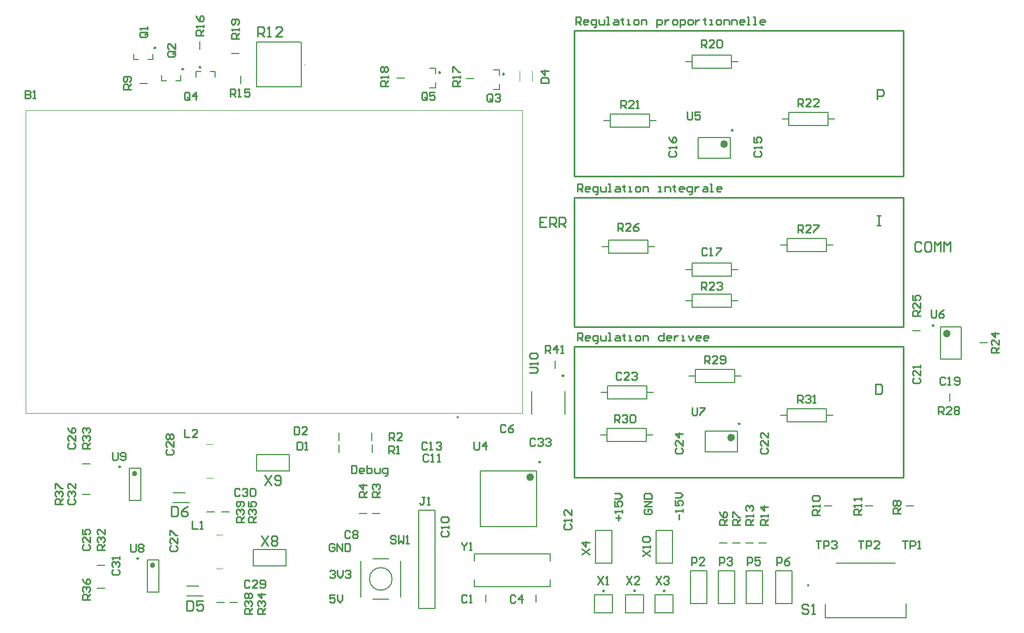
<source format=gbr>
%TF.GenerationSoftware,Altium Limited,Altium Designer,22.7.1 (60)*%
G04 Layer_Color=65535*
%FSLAX43Y43*%
%MOMM*%
%TF.SameCoordinates,2ABDD118-431D-4485-972F-9944B14BA474*%
%TF.FilePolarity,Positive*%
%TF.FileFunction,Legend,Top*%
%TF.Part,Single*%
G01*
G75*
%TA.AperFunction,NonConductor*%
%ADD46C,0.250*%
%ADD47C,0.200*%
%ADD48C,0.600*%
%ADD49C,0.400*%
%ADD50C,0.127*%
%ADD51C,0.254*%
%ADD52C,0.100*%
D46*
X29501Y85997D02*
G03*
X29501Y85997I-125J0D01*
G01*
X66644Y85178D02*
G03*
X66644Y85178I-125J0D01*
G01*
X76550Y84924D02*
G03*
X76550Y84924I-125J0D01*
G01*
X85782Y38130D02*
G03*
X85782Y38130I-125J0D01*
G01*
X92073Y4763D02*
G03*
X92073Y4763I-125J0D01*
G01*
X143196Y45935D02*
G03*
X143196Y45935I-125J0D01*
G01*
X26817Y85707D02*
G03*
X26817Y85707I-125J0D01*
G01*
X22499Y89009D02*
G03*
X22499Y89009I-125J0D01*
G01*
X112035Y76200D02*
G03*
X112035Y76200I-125J0D01*
G01*
X113116Y30665D02*
G03*
X113116Y30665I-125J0D01*
G01*
X82191Y24750D02*
G03*
X82191Y24750I-125J0D01*
G01*
X19823Y9786D02*
G03*
X19823Y9786I-125J0D01*
G01*
X17029Y24010D02*
G03*
X17029Y24010I-125J0D01*
G01*
X101471Y4763D02*
G03*
X101471Y4763I-125J0D01*
G01*
X96899Y4775D02*
G03*
X96899Y4775I-125J0D01*
G01*
D47*
X123784Y5616D02*
G03*
X123784Y5616I-100J0D01*
G01*
X45658Y86360D02*
G03*
X45658Y86360I-57J0D01*
G01*
X69242Y31698D02*
G03*
X69442Y31698I100J0D01*
G01*
D02*
G03*
X69242Y31698I-100J0D01*
G01*
X30926Y85347D02*
X31726D01*
Y84447D02*
Y85347D01*
X28726D02*
X29526D01*
X28726Y84447D02*
Y85347D01*
X65869Y82828D02*
Y83628D01*
X64969Y82828D02*
X65869D01*
Y85028D02*
Y85828D01*
X64969D02*
X65869D01*
X75775Y82574D02*
Y83374D01*
X74875Y82574D02*
X75775D01*
Y84774D02*
Y85574D01*
X74875D02*
X75775D01*
X38108Y82926D02*
X44964D01*
X38108D02*
Y89916D01*
X44964D01*
X45091Y82926D02*
Y89916D01*
X38110Y84674D02*
Y88169D01*
X27332Y3983D02*
X29802D01*
X27267Y5507D02*
X29167D01*
X25216Y18461D02*
X27686D01*
X25151Y19985D02*
X27051D01*
X71950Y5450D02*
X83650D01*
X71950Y10450D02*
X83650D01*
Y5450D02*
Y6550D01*
X71950Y5450D02*
Y6550D01*
X83650Y9350D02*
Y10450D01*
X71950Y9350D02*
Y10450D01*
X85932Y32155D02*
Y35755D01*
X80832Y32155D02*
Y35755D01*
X90548Y1313D02*
Y4113D01*
Y1313D02*
X93348D01*
Y4113D01*
X90548D02*
X93348D01*
X102616Y9063D02*
Y14143D01*
X100076D02*
X102616D01*
X100076Y9063D02*
Y14143D01*
Y9063D02*
X102616D01*
X93218Y9063D02*
Y14143D01*
X90678D02*
X93218D01*
X90678Y9063D02*
Y14143D01*
Y9063D02*
X93218D01*
X32674Y17018D02*
X33874D01*
X30388Y17018D02*
X31588D01*
X33984Y2932D02*
X35184D01*
X31952Y2932D02*
X33152D01*
X37592Y8636D02*
X42672D01*
Y11176D01*
X37592D02*
X42672D01*
X37592Y8636D02*
Y11176D01*
X13370Y8671D02*
X14570D01*
X144196Y40680D02*
X147396D01*
X144196Y45680D02*
X147396D01*
Y40680D02*
Y45680D01*
X144196Y40680D02*
Y45680D01*
X150276Y43296D02*
X151476D01*
X145658Y34198D02*
Y35398D01*
X139862Y45085D02*
X141062D01*
X138846Y17908D02*
X140046D01*
X132496D02*
X133696D01*
X126146D02*
X127346D01*
X115986Y12204D02*
X117186D01*
X113954D02*
X115154D01*
X109890D02*
X111090D01*
X35676Y83474D02*
Y84674D01*
X34198Y88138D02*
X35398D01*
X29326Y88808D02*
Y90008D01*
X23392Y83882D02*
X24192D01*
X23392D02*
Y84782D01*
X25592Y83882D02*
X26392D01*
Y84782D01*
X19974Y83450D02*
X21174D01*
X19074Y87184D02*
X19874D01*
X19074D02*
Y88084D01*
X21274Y87184D02*
X22074D01*
Y88084D01*
X126746Y77978D02*
X127762D01*
X119634D02*
X120650D01*
Y76962D02*
X126746D01*
Y78994D01*
X120650D02*
X126746D01*
X120650Y76962D02*
Y78994D01*
X111822Y86868D02*
X112838D01*
X104710D02*
X105726D01*
Y85852D02*
X111822D01*
Y87884D01*
X105726D02*
X111822D01*
X105726Y85852D02*
Y87884D01*
X99122Y77724D02*
X100138D01*
X92010D02*
X93026D01*
Y76708D02*
X99122D01*
Y78740D01*
X93026D02*
X99122D01*
X93026Y76708D02*
Y78740D01*
X106655Y71875D02*
Y75075D01*
X111655Y71875D02*
Y75075D01*
X106655Y71875D02*
X111655D01*
X106655Y75075D02*
X111655D01*
X120396Y30988D02*
Y33020D01*
X126492D01*
Y30988D02*
Y33020D01*
X120396Y30988D02*
X126492D01*
X119380Y32004D02*
X120396D01*
X126492D02*
X127508D01*
X107736Y26340D02*
Y29540D01*
X112736Y26340D02*
Y29540D01*
X107736Y26340D02*
X112736D01*
X107736Y29540D02*
X112736D01*
X106172Y37084D02*
Y39116D01*
X112268D01*
Y37084D02*
Y39116D01*
X106172Y37084D02*
X112268D01*
X105156Y38100D02*
X106172D01*
X112268D02*
X113284D01*
X98690Y34544D02*
Y36576D01*
X92594Y34544D02*
X98690D01*
X92594D02*
Y36576D01*
X98690D01*
Y35560D02*
X99706D01*
X91578D02*
X92594D01*
X92456Y27940D02*
Y29972D01*
X98552D01*
Y27940D02*
Y29972D01*
X92456Y27940D02*
X98552D01*
X91440Y28956D02*
X92456D01*
X98552D02*
X99568D01*
X72866Y23400D02*
X81566D01*
X72866Y14700D02*
X81566D01*
Y23400D01*
X72866Y14700D02*
Y23400D01*
X56054Y26212D02*
Y27412D01*
X56018Y28102D02*
Y29302D01*
X50938Y26212D02*
Y27412D01*
Y28102D02*
Y29302D01*
X56042Y16764D02*
X57242D01*
X54010D02*
X55210D01*
X13370Y5115D02*
X14570D01*
X38100Y23368D02*
X43180D01*
Y25908D01*
X38100D02*
X43180D01*
X38100Y23368D02*
Y25908D01*
X11084Y19731D02*
X12284D01*
X11084Y24441D02*
X12284D01*
X126492Y58420D02*
X127508D01*
X119380D02*
X120396D01*
Y57404D02*
X126492D01*
Y59436D01*
X120396D02*
X126492D01*
X120396Y57404D02*
Y59436D01*
X98806Y58166D02*
X99822D01*
X91694D02*
X92710D01*
Y57150D02*
X98806D01*
Y59182D01*
X92710D02*
X98806D01*
X92710Y57150D02*
Y59182D01*
X70670Y84212D02*
X71870D01*
X59852Y84328D02*
X61052D01*
X111760Y53594D02*
Y55626D01*
X105664Y53594D02*
X111760D01*
X105664D02*
Y55626D01*
X111760D01*
Y54610D02*
X112776D01*
X104648D02*
X105664D01*
X21198Y4531D02*
Y9531D01*
X22998Y4531D02*
Y9531D01*
X21198D02*
X22998D01*
X21198Y4531D02*
X22998D01*
X73698Y3006D02*
Y4106D01*
X81496Y3006D02*
Y4106D01*
X84466Y39278D02*
Y40478D01*
X18404Y18755D02*
X20204D01*
X18404Y23755D02*
X20204D01*
Y18755D02*
Y23755D01*
X18404Y18755D02*
Y23755D01*
X99946Y4113D02*
X102746D01*
Y1313D02*
Y4113D01*
X99946Y1313D02*
X102746D01*
X99946D02*
Y4113D01*
X95374Y4125D02*
X98174D01*
Y1325D02*
Y4125D01*
X95374Y1325D02*
X98174D01*
X95374D02*
Y4125D01*
X63246Y2032D02*
Y17272D01*
X65786Y2032D02*
Y17272D01*
X63246D02*
X65786D01*
X63246Y2032D02*
X65786D01*
X105664Y48768D02*
Y50800D01*
X111760D01*
Y48768D02*
Y50800D01*
X105664Y48768D02*
X111760D01*
X104648Y49784D02*
X105664D01*
X111760D02*
X112776D01*
X111922Y12204D02*
X113122D01*
X118618Y2806D02*
Y7886D01*
Y2806D02*
X121158D01*
Y7886D01*
X118618D02*
X121158D01*
X114046Y2806D02*
Y7886D01*
Y2806D02*
X116586D01*
Y7886D01*
X114046D02*
X116586D01*
X109728Y2806D02*
Y7886D01*
Y2806D02*
X112268D01*
Y7886D01*
X109728D02*
X112268D01*
X105410Y2806D02*
Y7886D01*
Y2806D02*
X107950D01*
Y7886D01*
X105410D02*
X107950D01*
D48*
X145496Y44680D02*
G03*
X145496Y44680I-300J0D01*
G01*
X110955Y74075D02*
G03*
X110955Y74075I-300J0D01*
G01*
X112036Y28540D02*
G03*
X112036Y28540I-300J0D01*
G01*
X80866Y22400D02*
G03*
X80866Y22400I-300J0D01*
G01*
D49*
X22198Y8731D02*
G03*
X22198Y8731I-200J0D01*
G01*
X19404Y22955D02*
G03*
X19404Y22955I-200J0D01*
G01*
D50*
X59154Y6604D02*
G03*
X59154Y6604I-1750J0D01*
G01*
X129142Y616D02*
X136142D01*
X138896D01*
X138896D02*
Y2704D01*
X128070Y9016D02*
X137214D01*
X129142Y616D02*
X136142D01*
X138896D01*
X138896D02*
Y2769D01*
X128170Y9016D02*
X137114D01*
X128120D02*
X137164D01*
X126392Y616D02*
X129142D01*
X126392D02*
Y2735D01*
Y616D02*
X129142D01*
X126392D02*
Y2735D01*
X126391Y2731D02*
X126392Y616D01*
X138892D02*
Y2777D01*
X138896Y2769D02*
X138901Y2774D01*
X56164Y3504D02*
X58644D01*
X60504Y3814D02*
Y9394D01*
X54304Y3814D02*
Y9394D01*
X56164Y9704D02*
X58644D01*
D51*
X87376Y22352D02*
X138430D01*
X87376Y42672D02*
X138430D01*
Y22352D02*
Y42672D01*
X87376Y22352D02*
Y42672D01*
Y45720D02*
X138430D01*
X87376Y65786D02*
X138430D01*
Y45720D02*
Y65786D01*
X87376Y45720D02*
Y65786D01*
X87438Y69088D02*
X138430D01*
X87438Y91694D02*
X138430D01*
Y69088D02*
Y91694D01*
X87438Y69088D02*
Y91694D01*
X87884Y43596D02*
Y44795D01*
X88484D01*
X88684Y44595D01*
Y44195D01*
X88484Y43995D01*
X87884D01*
X88284D02*
X88684Y43596D01*
X89683D02*
X89284D01*
X89084Y43795D01*
Y44195D01*
X89284Y44395D01*
X89683D01*
X89883Y44195D01*
Y43995D01*
X89084D01*
X90683Y43196D02*
X90883D01*
X91083Y43396D01*
Y44395D01*
X90483D01*
X90283Y44195D01*
Y43795D01*
X90483Y43596D01*
X91083D01*
X91483Y44395D02*
Y43795D01*
X91683Y43596D01*
X92283D01*
Y44395D01*
X92682Y43596D02*
X93082D01*
X92882D01*
Y44795D01*
X92682D01*
X93882Y44395D02*
X94282D01*
X94482Y44195D01*
Y43596D01*
X93882D01*
X93682Y43795D01*
X93882Y43995D01*
X94482D01*
X95082Y44595D02*
Y44395D01*
X94882D01*
X95282D01*
X95082D01*
Y43795D01*
X95282Y43596D01*
X95881D02*
X96281D01*
X96081D01*
Y44395D01*
X95881D01*
X97081Y43596D02*
X97481D01*
X97681Y43795D01*
Y44195D01*
X97481Y44395D01*
X97081D01*
X96881Y44195D01*
Y43795D01*
X97081Y43596D01*
X98081D02*
Y44395D01*
X98681D01*
X98880Y44195D01*
Y43596D01*
X101280Y44795D02*
Y43596D01*
X100680D01*
X100480Y43795D01*
Y44195D01*
X100680Y44395D01*
X101280D01*
X102279Y43596D02*
X101879D01*
X101680Y43795D01*
Y44195D01*
X101879Y44395D01*
X102279D01*
X102479Y44195D01*
Y43995D01*
X101680D01*
X102879Y44395D02*
Y43596D01*
Y43995D01*
X103079Y44195D01*
X103279Y44395D01*
X103479D01*
X104079Y43596D02*
X104479D01*
X104279D01*
Y44395D01*
X104079D01*
X105078D02*
X105478Y43596D01*
X105878Y44395D01*
X106878Y43596D02*
X106478D01*
X106278Y43795D01*
Y44195D01*
X106478Y44395D01*
X106878D01*
X107078Y44195D01*
Y43995D01*
X106278D01*
X108077Y43596D02*
X107678D01*
X107478Y43795D01*
Y44195D01*
X107678Y44395D01*
X108077D01*
X108277Y44195D01*
Y43995D01*
X107478D01*
X87884Y66694D02*
Y67893D01*
X88484D01*
X88684Y67694D01*
Y67294D01*
X88484Y67094D01*
X87884D01*
X88284D02*
X88684Y66694D01*
X89683D02*
X89284D01*
X89084Y66894D01*
Y67294D01*
X89284Y67494D01*
X89683D01*
X89883Y67294D01*
Y67094D01*
X89084D01*
X90683Y66294D02*
X90883D01*
X91083Y66494D01*
Y67494D01*
X90483D01*
X90283Y67294D01*
Y66894D01*
X90483Y66694D01*
X91083D01*
X91483Y67494D02*
Y66894D01*
X91683Y66694D01*
X92283D01*
Y67494D01*
X92682Y66694D02*
X93082D01*
X92882D01*
Y67893D01*
X92682D01*
X93882Y67494D02*
X94282D01*
X94482Y67294D01*
Y66694D01*
X93882D01*
X93682Y66894D01*
X93882Y67094D01*
X94482D01*
X95082Y67694D02*
Y67494D01*
X94882D01*
X95282D01*
X95082D01*
Y66894D01*
X95282Y66694D01*
X95881D02*
X96281D01*
X96081D01*
Y67494D01*
X95881D01*
X97081Y66694D02*
X97481D01*
X97681Y66894D01*
Y67294D01*
X97481Y67494D01*
X97081D01*
X96881Y67294D01*
Y66894D01*
X97081Y66694D01*
X98081D02*
Y67494D01*
X98681D01*
X98880Y67294D01*
Y66694D01*
X100480D02*
X100880D01*
X100680D01*
Y67494D01*
X100480D01*
X101480Y66694D02*
Y67494D01*
X102079D01*
X102279Y67294D01*
Y66694D01*
X102879Y67694D02*
Y67494D01*
X102679D01*
X103079D01*
X102879D01*
Y66894D01*
X103079Y66694D01*
X104279D02*
X103879D01*
X103679Y66894D01*
Y67294D01*
X103879Y67494D01*
X104279D01*
X104479Y67294D01*
Y67094D01*
X103679D01*
X105278Y66294D02*
X105478D01*
X105678Y66494D01*
Y67494D01*
X105078D01*
X104879Y67294D01*
Y66894D01*
X105078Y66694D01*
X105678D01*
X106078Y67494D02*
Y66694D01*
Y67094D01*
X106278Y67294D01*
X106478Y67494D01*
X106678D01*
X107478D02*
X107878D01*
X108077Y67294D01*
Y66694D01*
X107478D01*
X107278Y66894D01*
X107478Y67094D01*
X108077D01*
X108477Y66694D02*
X108877D01*
X108677D01*
Y67893D01*
X108477D01*
X110077Y66694D02*
X109677D01*
X109477Y66894D01*
Y67294D01*
X109677Y67494D01*
X110077D01*
X110277Y67294D01*
Y67094D01*
X109477D01*
X87630Y92602D02*
Y93801D01*
X88230D01*
X88430Y93602D01*
Y93202D01*
X88230Y93002D01*
X87630D01*
X88030D02*
X88430Y92602D01*
X89429D02*
X89030D01*
X88830Y92802D01*
Y93202D01*
X89030Y93402D01*
X89429D01*
X89629Y93202D01*
Y93002D01*
X88830D01*
X90429Y92202D02*
X90629D01*
X90829Y92402D01*
Y93402D01*
X90229D01*
X90029Y93202D01*
Y92802D01*
X90229Y92602D01*
X90829D01*
X91229Y93402D02*
Y92802D01*
X91429Y92602D01*
X92029D01*
Y93402D01*
X92428Y92602D02*
X92828D01*
X92628D01*
Y93801D01*
X92428D01*
X93628Y93402D02*
X94028D01*
X94228Y93202D01*
Y92602D01*
X93628D01*
X93428Y92802D01*
X93628Y93002D01*
X94228D01*
X94828Y93602D02*
Y93402D01*
X94628D01*
X95028D01*
X94828D01*
Y92802D01*
X95028Y92602D01*
X95627D02*
X96027D01*
X95827D01*
Y93402D01*
X95627D01*
X96827Y92602D02*
X97227D01*
X97427Y92802D01*
Y93202D01*
X97227Y93402D01*
X96827D01*
X96627Y93202D01*
Y92802D01*
X96827Y92602D01*
X97827D02*
Y93402D01*
X98427D01*
X98626Y93202D01*
Y92602D01*
X100226Y92202D02*
Y93402D01*
X100826D01*
X101026Y93202D01*
Y92802D01*
X100826Y92602D01*
X100226D01*
X101426Y93402D02*
Y92602D01*
Y93002D01*
X101625Y93202D01*
X101825Y93402D01*
X102025D01*
X102825Y92602D02*
X103225D01*
X103425Y92802D01*
Y93202D01*
X103225Y93402D01*
X102825D01*
X102625Y93202D01*
Y92802D01*
X102825Y92602D01*
X103825Y92202D02*
Y93402D01*
X104425D01*
X104624Y93202D01*
Y92802D01*
X104425Y92602D01*
X103825D01*
X105224D02*
X105624D01*
X105824Y92802D01*
Y93202D01*
X105624Y93402D01*
X105224D01*
X105024Y93202D01*
Y92802D01*
X105224Y92602D01*
X106224Y93402D02*
Y92602D01*
Y93002D01*
X106424Y93202D01*
X106624Y93402D01*
X106824D01*
X107624Y93602D02*
Y93402D01*
X107424D01*
X107823D01*
X107624D01*
Y92802D01*
X107823Y92602D01*
X108423D02*
X108823D01*
X108623D01*
Y93402D01*
X108423D01*
X109623Y92602D02*
X110023D01*
X110223Y92802D01*
Y93202D01*
X110023Y93402D01*
X109623D01*
X109423Y93202D01*
Y92802D01*
X109623Y92602D01*
X110623D02*
Y93402D01*
X111222D01*
X111422Y93202D01*
Y92602D01*
X111822D02*
Y93402D01*
X112422D01*
X112622Y93202D01*
Y92602D01*
X113622D02*
X113222D01*
X113022Y92802D01*
Y93202D01*
X113222Y93402D01*
X113622D01*
X113822Y93202D01*
Y93002D01*
X113022D01*
X114221Y92602D02*
X114621D01*
X114421D01*
Y93801D01*
X114221D01*
X115221Y92602D02*
X115621D01*
X115421D01*
Y93801D01*
X115221D01*
X116821Y92602D02*
X116421D01*
X116221Y92802D01*
Y93202D01*
X116421Y93402D01*
X116821D01*
X117020Y93202D01*
Y93002D01*
X116221D01*
X27740Y81134D02*
Y81934D01*
X27540Y82134D01*
X27140D01*
X26940Y81934D01*
Y81134D01*
X27140Y80934D01*
X27540D01*
X27340Y81334D02*
X27740Y80934D01*
X27540D02*
X27740Y81134D01*
X28740Y80934D02*
Y82134D01*
X28140Y81534D01*
X28940D01*
X123698Y2475D02*
X123444Y2729D01*
X122936D01*
X122682Y2475D01*
Y2222D01*
X122936Y1968D01*
X123444D01*
X123698Y1714D01*
Y1460D01*
X123444Y1206D01*
X122936D01*
X122682Y1460D01*
X124206Y1206D02*
X124714D01*
X124460D01*
Y2729D01*
X124206Y2475D01*
X38265Y90766D02*
Y92290D01*
X39026D01*
X39280Y92036D01*
Y91528D01*
X39026Y91274D01*
X38265D01*
X38772D02*
X39280Y90766D01*
X39788D02*
X40296D01*
X40042D01*
Y92290D01*
X39788Y92036D01*
X42073Y90766D02*
X41058D01*
X42073Y91782D01*
Y92036D01*
X41819Y92290D01*
X41312D01*
X41058Y92036D01*
X24892Y17880D02*
Y16356D01*
X25654D01*
X25908Y16610D01*
Y17626D01*
X25654Y17880D01*
X24892D01*
X27432D02*
X26924Y17626D01*
X26416Y17118D01*
Y16610D01*
X26670Y16356D01*
X27178D01*
X27432Y16610D01*
Y16864D01*
X27178Y17118D01*
X26416D01*
X27331Y3182D02*
Y1658D01*
X28092D01*
X28346Y1912D01*
Y2928D01*
X28092Y3182D01*
X27331D01*
X29870D02*
X28854D01*
Y2420D01*
X29362Y2674D01*
X29616D01*
X29870Y2420D01*
Y1912D01*
X29616Y1658D01*
X29108D01*
X28854Y1912D01*
X26940Y29810D02*
Y28610D01*
X27740D01*
X28940D02*
X28140D01*
X28940Y29410D01*
Y29610D01*
X28740Y29810D01*
X28340D01*
X28140Y29610D01*
X28156Y15586D02*
Y14386D01*
X28956D01*
X29356D02*
X29756D01*
X29556D01*
Y15586D01*
X29356Y15386D01*
X98406Y17450D02*
X98206Y17250D01*
Y16850D01*
X98406Y16651D01*
X99206D01*
X99406Y16850D01*
Y17250D01*
X99206Y17450D01*
X98806D01*
Y17050D01*
X99406Y17850D02*
X98206D01*
X99406Y18650D01*
X98206D01*
Y19050D02*
X99406D01*
Y19650D01*
X99206Y19849D01*
X98406D01*
X98206Y19650D01*
Y19050D01*
X82204Y83582D02*
X83404D01*
Y84182D01*
X83204Y84382D01*
X82404D01*
X82204Y84182D01*
Y83582D01*
X83404Y85382D02*
X82204D01*
X82804Y84782D01*
Y85582D01*
X49488Y7766D02*
X49687Y7966D01*
X50087D01*
X50287Y7766D01*
Y7566D01*
X50087Y7366D01*
X49887D01*
X50087D01*
X50287Y7166D01*
Y6966D01*
X50087Y6766D01*
X49687D01*
X49488Y6966D01*
X50687Y7966D02*
Y7166D01*
X51087Y6766D01*
X51487Y7166D01*
Y7966D01*
X51887Y7766D02*
X52087Y7966D01*
X52487D01*
X52686Y7766D01*
Y7566D01*
X52487Y7366D01*
X52287D01*
X52487D01*
X52686Y7166D01*
Y6966D01*
X52487Y6766D01*
X52087D01*
X51887Y6966D01*
X103632Y15809D02*
Y16608D01*
X104232Y17008D02*
Y17408D01*
Y17208D01*
X103032D01*
X103232Y17008D01*
X103032Y18808D02*
Y18008D01*
X103632D01*
X103432Y18408D01*
Y18608D01*
X103632Y18808D01*
X104032D01*
X104232Y18608D01*
Y18208D01*
X104032Y18008D01*
X103032Y19208D02*
X103832D01*
X104232Y19607D01*
X103832Y20007D01*
X103032D01*
X50209Y11911D02*
X50009Y12111D01*
X49609D01*
X49409Y11911D01*
Y11111D01*
X49609Y10911D01*
X50009D01*
X50209Y11111D01*
Y11511D01*
X49809D01*
X50609Y10911D02*
Y12111D01*
X51409Y10911D01*
Y12111D01*
X51809D02*
Y10911D01*
X52408D01*
X52608Y11111D01*
Y11911D01*
X52408Y12111D01*
X51809D01*
X50245Y4156D02*
X49445D01*
Y3556D01*
X49845Y3756D01*
X50045D01*
X50245Y3556D01*
Y3156D01*
X50045Y2956D01*
X49645D01*
X49445Y3156D01*
X50645Y4156D02*
Y3356D01*
X51045Y2956D01*
X51445Y3356D01*
Y4156D01*
X94234Y15681D02*
Y16480D01*
X93834Y16081D02*
X94634D01*
X94834Y16880D02*
Y17280D01*
Y17080D01*
X93634D01*
X93834Y16880D01*
X93634Y18680D02*
Y17880D01*
X94234D01*
X94034Y18280D01*
Y18480D01*
X94234Y18680D01*
X94634D01*
X94834Y18480D01*
Y18080D01*
X94634Y17880D01*
X93634Y19080D02*
X94434D01*
X94834Y19479D01*
X94434Y19879D01*
X93634D01*
X43955Y30213D02*
Y29013D01*
X44555D01*
X44755Y29213D01*
Y30013D01*
X44555Y30213D01*
X43955D01*
X45955Y29013D02*
X45155D01*
X45955Y29813D01*
Y30013D01*
X45755Y30213D01*
X45355D01*
X45155Y30013D01*
X44412Y27851D02*
Y26651D01*
X45012D01*
X45212Y26851D01*
Y27651D01*
X45012Y27851D01*
X44412D01*
X45612Y26651D02*
X46012D01*
X45812D01*
Y27851D01*
X45612Y27651D01*
X59714Y13141D02*
X59514Y13341D01*
X59114D01*
X58914Y13141D01*
Y12941D01*
X59114Y12741D01*
X59514D01*
X59714Y12541D01*
Y12341D01*
X59514Y12141D01*
X59114D01*
X58914Y12341D01*
X60114Y13341D02*
Y12141D01*
X60514Y12541D01*
X60914Y12141D01*
Y13341D01*
X61314Y12141D02*
X61714D01*
X61514D01*
Y13341D01*
X61314Y13141D01*
X100088Y6978D02*
X100888Y5778D01*
Y6978D02*
X100088Y5778D01*
X101288Y6778D02*
X101488Y6978D01*
X101888D01*
X102088Y6778D01*
Y6578D01*
X101888Y6378D01*
X101688D01*
X101888D01*
X102088Y6178D01*
Y5978D01*
X101888Y5778D01*
X101488D01*
X101288Y5978D01*
X95516Y6978D02*
X96316Y5778D01*
Y6978D02*
X95516Y5778D01*
X97516D02*
X96716D01*
X97516Y6578D01*
Y6778D01*
X97316Y6978D01*
X96916D01*
X96716Y6778D01*
X91091Y6978D02*
X91891Y5778D01*
Y6978D02*
X91091Y5778D01*
X92291D02*
X92691D01*
X92491D01*
Y6978D01*
X92291Y6778D01*
X70727Y3956D02*
X70527Y4156D01*
X70127D01*
X69927Y3956D01*
Y3156D01*
X70127Y2956D01*
X70527D01*
X70727Y3156D01*
X71127Y2956D02*
X71527D01*
X71327D01*
Y4156D01*
X71127Y3956D01*
X131918Y16608D02*
X130718D01*
Y17208D01*
X130918Y17408D01*
X131318D01*
X131518Y17208D01*
Y16608D01*
Y17008D02*
X131918Y17408D01*
Y17808D02*
Y18208D01*
Y18008D01*
X130718D01*
X130918Y17808D01*
X131918Y18808D02*
Y19208D01*
Y19008D01*
X130718D01*
X130918Y18808D01*
X125492Y16534D02*
X124293D01*
Y17134D01*
X124493Y17334D01*
X124893D01*
X125092Y17134D01*
Y16534D01*
Y16934D02*
X125492Y17334D01*
Y17734D02*
Y18134D01*
Y17934D01*
X124293D01*
X124493Y17734D01*
Y18734D02*
X124293Y18934D01*
Y19334D01*
X124493Y19534D01*
X125292D01*
X125492Y19334D01*
Y18934D01*
X125292Y18734D01*
X124493D01*
X138014Y16780D02*
X136814D01*
Y17380D01*
X137014Y17580D01*
X137414D01*
X137614Y17380D01*
Y16780D01*
Y17180D02*
X138014Y17580D01*
X137014Y17980D02*
X136814Y18180D01*
Y18580D01*
X137014Y18780D01*
X137214D01*
X137414Y18580D01*
X137614Y18780D01*
X137814D01*
X138014Y18580D01*
Y18180D01*
X137814Y17980D01*
X137614D01*
X137414Y18180D01*
X137214Y17980D01*
X137014D01*
X137414Y18180D02*
Y18580D01*
X64210Y19322D02*
X63810D01*
X64010D01*
Y18322D01*
X63810Y18122D01*
X63611D01*
X63411Y18322D01*
X64610Y18122D02*
X65010D01*
X64810D01*
Y19322D01*
X64610Y19122D01*
X69927Y12284D02*
Y12084D01*
X70327Y11684D01*
X70727Y12084D01*
Y12284D01*
X70327Y11684D02*
Y11084D01*
X71127D02*
X71527D01*
X71327D01*
Y12284D01*
X71127Y12084D01*
X97952Y10184D02*
X99152Y10984D01*
X97952D02*
X99152Y10184D01*
Y11384D02*
Y11784D01*
Y11584D01*
X97952D01*
X98152Y11384D01*
Y12384D02*
X97952Y12584D01*
Y12984D01*
X98152Y13184D01*
X98952D01*
X99152Y12984D01*
Y12584D01*
X98952Y12384D01*
X98152D01*
X39390Y22640D02*
X40390Y21140D01*
Y22640D02*
X39390Y21140D01*
X40890Y21390D02*
X41140Y21140D01*
X41640D01*
X41890Y21390D01*
Y22390D01*
X41640Y22640D01*
X41140D01*
X40890Y22390D01*
Y22140D01*
X41140Y21890D01*
X41890D01*
X38882Y13277D02*
X39882Y11777D01*
Y13277D02*
X38882Y11777D01*
X40382Y13027D02*
X40632Y13277D01*
X41132D01*
X41382Y13027D01*
Y12777D01*
X41132Y12527D01*
X41382Y12277D01*
Y12027D01*
X41132Y11777D01*
X40632D01*
X40382Y12027D01*
Y12277D01*
X40632Y12527D01*
X40382Y12777D01*
Y13027D01*
X40632Y12527D02*
X41132D01*
X88554Y10430D02*
X89754Y11230D01*
X88554D02*
X89754Y10430D01*
Y12230D02*
X88554D01*
X89154Y11630D01*
Y12430D01*
X80507Y38632D02*
X81507D01*
X81707Y38832D01*
Y39232D01*
X81507Y39432D01*
X80507D01*
X81707Y39832D02*
Y40232D01*
Y40032D01*
X80507D01*
X80707Y39832D01*
Y40832D02*
X80507Y41032D01*
Y41432D01*
X80707Y41632D01*
X81507D01*
X81707Y41432D01*
Y41032D01*
X81507Y40832D01*
X80707D01*
X15786Y26231D02*
Y25231D01*
X15986Y25031D01*
X16385D01*
X16585Y25231D01*
Y26231D01*
X16985Y25231D02*
X17185Y25031D01*
X17585D01*
X17785Y25231D01*
Y26031D01*
X17585Y26231D01*
X17185D01*
X16985Y26031D01*
Y25831D01*
X17185Y25631D01*
X17785D01*
X18580Y12007D02*
Y11007D01*
X18780Y10807D01*
X19179D01*
X19379Y11007D01*
Y12007D01*
X19779Y11807D02*
X19979Y12007D01*
X20379D01*
X20579Y11807D01*
Y11607D01*
X20379Y11407D01*
X20579Y11207D01*
Y11007D01*
X20379Y10807D01*
X19979D01*
X19779Y11007D01*
Y11207D01*
X19979Y11407D01*
X19779Y11607D01*
Y11807D01*
X19979Y11407D02*
X20379D01*
X105680Y33208D02*
Y32208D01*
X105880Y32008D01*
X106280D01*
X106480Y32208D01*
Y33208D01*
X106880D02*
X107680D01*
Y33008D01*
X106880Y32208D01*
Y32008D01*
X142764Y48352D02*
Y47352D01*
X142964Y47152D01*
X143364D01*
X143564Y47352D01*
Y48352D01*
X144764D02*
X144364Y48152D01*
X143964Y47752D01*
Y47352D01*
X144164Y47152D01*
X144564D01*
X144764Y47352D01*
Y47552D01*
X144564Y47752D01*
X143964D01*
X104918Y79086D02*
Y78086D01*
X105118Y77886D01*
X105518D01*
X105718Y78086D01*
Y79086D01*
X106918D02*
X106118D01*
Y78486D01*
X106518Y78686D01*
X106718D01*
X106918Y78486D01*
Y78086D01*
X106718Y77886D01*
X106318D01*
X106118Y78086D01*
X71866Y27851D02*
Y26851D01*
X72066Y26651D01*
X72466D01*
X72666Y26851D01*
Y27851D01*
X73666Y26651D02*
Y27851D01*
X73066Y27251D01*
X73866D01*
X124893Y12538D02*
X125692D01*
X125292D01*
Y11338D01*
X126092D02*
Y12538D01*
X126692D01*
X126892Y12338D01*
Y11938D01*
X126692Y11738D01*
X126092D01*
X127292Y12338D02*
X127492Y12538D01*
X127892D01*
X128091Y12338D01*
Y12138D01*
X127892Y11938D01*
X127692D01*
X127892D01*
X128091Y11738D01*
Y11538D01*
X127892Y11338D01*
X127492D01*
X127292Y11538D01*
X131497Y12538D02*
X132296D01*
X131896D01*
Y11338D01*
X132696D02*
Y12538D01*
X133296D01*
X133496Y12338D01*
Y11938D01*
X133296Y11738D01*
X132696D01*
X134695Y11338D02*
X133896D01*
X134695Y12138D01*
Y12338D01*
X134496Y12538D01*
X134096D01*
X133896Y12338D01*
X138300Y12538D02*
X139100D01*
X138700D01*
Y11338D01*
X139500D02*
Y12538D01*
X140100D01*
X140300Y12338D01*
Y11938D01*
X140100Y11738D01*
X139500D01*
X140700Y11338D02*
X141100D01*
X140900D01*
Y12538D01*
X140700Y12338D01*
X134374Y81038D02*
Y82538D01*
X135124D01*
X135374Y82288D01*
Y81788D01*
X135124Y81538D01*
X134374D01*
X134370Y62980D02*
X134870D01*
X134620D01*
Y61480D01*
X134370D01*
X134870D01*
X134120Y36818D02*
Y35318D01*
X134870D01*
X135120Y35568D01*
Y36568D01*
X134870Y36818D01*
X134120D01*
X83074Y62726D02*
X82075D01*
Y61226D01*
X83074D01*
X82075Y61976D02*
X82574D01*
X83574Y61226D02*
Y62726D01*
X84324D01*
X84574Y62476D01*
Y61976D01*
X84324Y61726D01*
X83574D01*
X84074D02*
X84574Y61226D01*
X85074D02*
Y62726D01*
X85823D01*
X86073Y62476D01*
Y61976D01*
X85823Y61726D01*
X85074D01*
X85574D02*
X86073Y61226D01*
X141253Y58666D02*
X141003Y58916D01*
X140503D01*
X140253Y58666D01*
Y57666D01*
X140503Y57416D01*
X141003D01*
X141253Y57666D01*
X142502Y58916D02*
X142002D01*
X141752Y58666D01*
Y57666D01*
X142002Y57416D01*
X142502D01*
X142752Y57666D01*
Y58666D01*
X142502Y58916D01*
X143252Y57416D02*
Y58916D01*
X143752Y58416D01*
X144252Y58916D01*
Y57416D01*
X144751D02*
Y58916D01*
X145251Y58416D01*
X145751Y58916D01*
Y57416D01*
X82918Y41643D02*
Y42842D01*
X83518D01*
X83718Y42642D01*
Y42243D01*
X83518Y42043D01*
X82918D01*
X83318D02*
X83718Y41643D01*
X84717D02*
Y42842D01*
X84117Y42243D01*
X84917D01*
X85317Y41643D02*
X85717D01*
X85517D01*
Y42842D01*
X85317Y42642D01*
X36160Y15419D02*
X34960D01*
Y16018D01*
X35160Y16218D01*
X35560D01*
X35760Y16018D01*
Y15419D01*
Y15818D02*
X36160Y16218D01*
X35160Y16618D02*
X34960Y16818D01*
Y17218D01*
X35160Y17418D01*
X35360D01*
X35560Y17218D01*
Y17018D01*
Y17218D01*
X35760Y17418D01*
X35960D01*
X36160Y17218D01*
Y16818D01*
X35960Y16618D01*
Y17818D02*
X36160Y18018D01*
Y18418D01*
X35960Y18617D01*
X35160D01*
X34960Y18418D01*
Y18018D01*
X35160Y17818D01*
X35360D01*
X35560Y18018D01*
Y18617D01*
X37430Y1195D02*
X36230D01*
Y1794D01*
X36430Y1994D01*
X36830D01*
X37030Y1794D01*
Y1195D01*
Y1594D02*
X37430Y1994D01*
X36430Y2394D02*
X36230Y2594D01*
Y2994D01*
X36430Y3194D01*
X36630D01*
X36830Y2994D01*
Y2794D01*
Y2994D01*
X37030Y3194D01*
X37230D01*
X37430Y2994D01*
Y2594D01*
X37230Y2394D01*
X36430Y3594D02*
X36230Y3794D01*
Y4194D01*
X36430Y4393D01*
X36630D01*
X36830Y4194D01*
X37030Y4393D01*
X37230D01*
X37430Y4194D01*
Y3794D01*
X37230Y3594D01*
X37030D01*
X36830Y3794D01*
X36630Y3594D01*
X36430D01*
X36830Y3794D02*
Y4194D01*
X8058Y18213D02*
X6858D01*
Y18812D01*
X7058Y19012D01*
X7458D01*
X7658Y18812D01*
Y18213D01*
Y18612D02*
X8058Y19012D01*
X7058Y19412D02*
X6858Y19612D01*
Y20012D01*
X7058Y20212D01*
X7258D01*
X7458Y20012D01*
Y19812D01*
Y20012D01*
X7658Y20212D01*
X7858D01*
X8058Y20012D01*
Y19612D01*
X7858Y19412D01*
X6858Y20612D02*
Y21411D01*
X7058D01*
X7858Y20612D01*
X8058D01*
X12284Y3401D02*
X11084D01*
Y4000D01*
X11284Y4200D01*
X11684D01*
X11884Y4000D01*
Y3401D01*
Y3800D02*
X12284Y4200D01*
X11284Y4600D02*
X11084Y4800D01*
Y5200D01*
X11284Y5400D01*
X11484D01*
X11684Y5200D01*
Y5000D01*
Y5200D01*
X11884Y5400D01*
X12084D01*
X12284Y5200D01*
Y4800D01*
X12084Y4600D01*
X11084Y6599D02*
X11284Y6200D01*
X11684Y5800D01*
X12084D01*
X12284Y6000D01*
Y6400D01*
X12084Y6599D01*
X11884D01*
X11684Y6400D01*
Y5800D01*
X38030Y15418D02*
X36830D01*
Y16018D01*
X37030Y16218D01*
X37430D01*
X37630Y16018D01*
Y15418D01*
Y15818D02*
X38030Y16218D01*
X37030Y16618D02*
X36830Y16818D01*
Y17218D01*
X37030Y17418D01*
X37230D01*
X37430Y17218D01*
Y17018D01*
Y17218D01*
X37630Y17418D01*
X37830D01*
X38030Y17218D01*
Y16818D01*
X37830Y16618D01*
X36830Y18617D02*
Y17818D01*
X37430D01*
X37230Y18218D01*
Y18417D01*
X37430Y18617D01*
X37830D01*
X38030Y18417D01*
Y18018D01*
X37830Y17818D01*
X39462Y1195D02*
X38262D01*
Y1794D01*
X38462Y1994D01*
X38862D01*
X39062Y1794D01*
Y1195D01*
Y1594D02*
X39462Y1994D01*
X38462Y2394D02*
X38262Y2594D01*
Y2994D01*
X38462Y3194D01*
X38662D01*
X38862Y2994D01*
Y2794D01*
Y2994D01*
X39062Y3194D01*
X39262D01*
X39462Y2994D01*
Y2594D01*
X39262Y2394D01*
X39462Y4194D02*
X38262D01*
X38862Y3594D01*
Y4393D01*
X12284Y26849D02*
X11084D01*
Y27448D01*
X11284Y27648D01*
X11684D01*
X11884Y27448D01*
Y26849D01*
Y27248D02*
X12284Y27648D01*
X11284Y28048D02*
X11084Y28248D01*
Y28648D01*
X11284Y28848D01*
X11484D01*
X11684Y28648D01*
Y28448D01*
Y28648D01*
X11884Y28848D01*
X12084D01*
X12284Y28648D01*
Y28248D01*
X12084Y28048D01*
X11284Y29248D02*
X11084Y29448D01*
Y29848D01*
X11284Y30047D01*
X11484D01*
X11684Y29848D01*
Y29648D01*
Y29848D01*
X11884Y30047D01*
X12084D01*
X12284Y29848D01*
Y29448D01*
X12084Y29248D01*
X14570Y11101D02*
X13370D01*
Y11700D01*
X13570Y11900D01*
X13970D01*
X14170Y11700D01*
Y11101D01*
Y11500D02*
X14570Y11900D01*
X13570Y12300D02*
X13370Y12500D01*
Y12900D01*
X13570Y13100D01*
X13770D01*
X13970Y12900D01*
Y12700D01*
Y12900D01*
X14170Y13100D01*
X14370D01*
X14570Y12900D01*
Y12500D01*
X14370Y12300D01*
X14570Y14299D02*
Y13500D01*
X13770Y14299D01*
X13570D01*
X13370Y14100D01*
Y13700D01*
X13570Y13500D01*
X122044Y33944D02*
Y35144D01*
X122644D01*
X122844Y34944D01*
Y34544D01*
X122644Y34344D01*
X122044D01*
X122444D02*
X122844Y33944D01*
X123244Y34944D02*
X123444Y35144D01*
X123844D01*
X124044Y34944D01*
Y34744D01*
X123844Y34544D01*
X123644D01*
X123844D01*
X124044Y34344D01*
Y34144D01*
X123844Y33944D01*
X123444D01*
X123244Y34144D01*
X124444Y33944D02*
X124844D01*
X124644D01*
Y35144D01*
X124444Y34944D01*
X93651Y30896D02*
Y32096D01*
X94250D01*
X94450Y31896D01*
Y31496D01*
X94250Y31296D01*
X93651D01*
X94050D02*
X94450Y30896D01*
X94850Y31896D02*
X95050Y32096D01*
X95450D01*
X95650Y31896D01*
Y31696D01*
X95450Y31496D01*
X95250D01*
X95450D01*
X95650Y31296D01*
Y31096D01*
X95450Y30896D01*
X95050D01*
X94850Y31096D01*
X96050Y31896D02*
X96250Y32096D01*
X96650D01*
X96849Y31896D01*
Y31096D01*
X96650Y30896D01*
X96250D01*
X96050Y31096D01*
Y31896D01*
X107621Y40040D02*
Y41240D01*
X108220D01*
X108420Y41040D01*
Y40640D01*
X108220Y40440D01*
X107621D01*
X108020D02*
X108420Y40040D01*
X109620D02*
X108820D01*
X109620Y40840D01*
Y41040D01*
X109420Y41240D01*
X109020D01*
X108820Y41040D01*
X110020Y40240D02*
X110220Y40040D01*
X110620D01*
X110819Y40240D01*
Y41040D01*
X110620Y41240D01*
X110220D01*
X110020Y41040D01*
Y40840D01*
X110220Y40640D01*
X110819D01*
X143897Y32166D02*
Y33366D01*
X144496D01*
X144696Y33166D01*
Y32766D01*
X144496Y32566D01*
X143897D01*
X144296D02*
X144696Y32166D01*
X145896D02*
X145096D01*
X145896Y32966D01*
Y33166D01*
X145696Y33366D01*
X145296D01*
X145096Y33166D01*
X146296D02*
X146496Y33366D01*
X146896D01*
X147095Y33166D01*
Y32966D01*
X146896Y32766D01*
X147095Y32566D01*
Y32366D01*
X146896Y32166D01*
X146496D01*
X146296Y32366D01*
Y32566D01*
X146496Y32766D01*
X146296Y32966D01*
Y33166D01*
X146496Y32766D02*
X146896D01*
X122099Y60360D02*
Y61560D01*
X122698D01*
X122898Y61360D01*
Y60960D01*
X122698Y60760D01*
X122099D01*
X122498D02*
X122898Y60360D01*
X124098D02*
X123298D01*
X124098Y61160D01*
Y61360D01*
X123898Y61560D01*
X123498D01*
X123298Y61360D01*
X124498Y61560D02*
X125297D01*
Y61360D01*
X124498Y60560D01*
Y60360D01*
X94159Y60614D02*
Y61814D01*
X94758D01*
X94958Y61614D01*
Y61214D01*
X94758Y61014D01*
X94159D01*
X94558D02*
X94958Y60614D01*
X96158D02*
X95358D01*
X96158Y61414D01*
Y61614D01*
X95958Y61814D01*
X95558D01*
X95358Y61614D01*
X97357Y61814D02*
X96958Y61614D01*
X96558Y61214D01*
Y60814D01*
X96758Y60614D01*
X97158D01*
X97357Y60814D01*
Y61014D01*
X97158Y61214D01*
X96558D01*
X141062Y47423D02*
X139862D01*
Y48022D01*
X140062Y48222D01*
X140462D01*
X140662Y48022D01*
Y47423D01*
Y47822D02*
X141062Y48222D01*
Y49422D02*
Y48622D01*
X140262Y49422D01*
X140062D01*
X139862Y49222D01*
Y48822D01*
X140062Y48622D01*
X139862Y50621D02*
Y49822D01*
X140462D01*
X140262Y50222D01*
Y50422D01*
X140462Y50621D01*
X140862D01*
X141062Y50422D01*
Y50022D01*
X140862Y49822D01*
X153254Y41696D02*
X152054D01*
Y42296D01*
X152254Y42496D01*
X152654D01*
X152854Y42296D01*
Y41696D01*
Y42096D02*
X153254Y42496D01*
Y43696D02*
Y42896D01*
X152454Y43696D01*
X152254D01*
X152054Y43496D01*
Y43096D01*
X152254Y42896D01*
X153254Y44696D02*
X152054D01*
X152654Y44096D01*
Y44895D01*
X107113Y51470D02*
Y52670D01*
X107712D01*
X107912Y52470D01*
Y52070D01*
X107712Y51870D01*
X107113D01*
X107512D02*
X107912Y51470D01*
X109112D02*
X108312D01*
X109112Y52270D01*
Y52470D01*
X108912Y52670D01*
X108512D01*
X108312Y52470D01*
X109512D02*
X109712Y52670D01*
X110112D01*
X110311Y52470D01*
Y52270D01*
X110112Y52070D01*
X109912D01*
X110112D01*
X110311Y51870D01*
Y51670D01*
X110112Y51470D01*
X109712D01*
X109512Y51670D01*
X122099Y79918D02*
Y81118D01*
X122698D01*
X122898Y80918D01*
Y80518D01*
X122698Y80318D01*
X122099D01*
X122498D02*
X122898Y79918D01*
X124098D02*
X123298D01*
X124098Y80718D01*
Y80918D01*
X123898Y81118D01*
X123498D01*
X123298Y80918D01*
X125297Y79918D02*
X124498D01*
X125297Y80718D01*
Y80918D01*
X125098Y81118D01*
X124698D01*
X124498Y80918D01*
X94612Y79664D02*
Y80864D01*
X95212D01*
X95412Y80664D01*
Y80264D01*
X95212Y80064D01*
X94612D01*
X95012D02*
X95412Y79664D01*
X96612D02*
X95812D01*
X96612Y80464D01*
Y80664D01*
X96412Y80864D01*
X96012D01*
X95812Y80664D01*
X97012Y79664D02*
X97412D01*
X97212D01*
Y80864D01*
X97012Y80664D01*
X107113Y89062D02*
Y90262D01*
X107712D01*
X107912Y90062D01*
Y89662D01*
X107712Y89462D01*
X107113D01*
X107512D02*
X107912Y89062D01*
X109112D02*
X108312D01*
X109112Y89862D01*
Y90062D01*
X108912Y90262D01*
X108512D01*
X108312Y90062D01*
X109512D02*
X109712Y90262D01*
X110112D01*
X110311Y90062D01*
Y89262D01*
X110112Y89062D01*
X109712D01*
X109512Y89262D01*
Y90062D01*
X35398Y90448D02*
X34198D01*
Y91048D01*
X34398Y91248D01*
X34798D01*
X34998Y91048D01*
Y90448D01*
Y90848D02*
X35398Y91248D01*
Y91648D02*
Y92048D01*
Y91848D01*
X34198D01*
X34398Y91648D01*
X35198Y92648D02*
X35398Y92848D01*
Y93248D01*
X35198Y93448D01*
X34398D01*
X34198Y93248D01*
Y92848D01*
X34398Y92648D01*
X34598D01*
X34798Y92848D01*
Y93448D01*
X58512Y83082D02*
X57312D01*
Y83682D01*
X57512Y83882D01*
X57912D01*
X58112Y83682D01*
Y83082D01*
Y83482D02*
X58512Y83882D01*
Y84282D02*
Y84682D01*
Y84482D01*
X57312D01*
X57512Y84282D01*
Y85282D02*
X57312Y85482D01*
Y85882D01*
X57512Y86082D01*
X57712D01*
X57912Y85882D01*
X58112Y86082D01*
X58312D01*
X58512Y85882D01*
Y85482D01*
X58312Y85282D01*
X58112D01*
X57912Y85482D01*
X57712Y85282D01*
X57512D01*
X57912Y85482D02*
Y85882D01*
X69688Y83082D02*
X68488D01*
Y83682D01*
X68688Y83882D01*
X69088D01*
X69288Y83682D01*
Y83082D01*
Y83482D02*
X69688Y83882D01*
Y84282D02*
Y84682D01*
Y84482D01*
X68488D01*
X68688Y84282D01*
X68488Y85282D02*
Y86082D01*
X68688D01*
X69488Y85282D01*
X69688D01*
X29926Y90956D02*
X28726D01*
Y91556D01*
X28926Y91756D01*
X29326D01*
X29526Y91556D01*
Y90956D01*
Y91356D02*
X29926Y91756D01*
Y92156D02*
Y92556D01*
Y92356D01*
X28726D01*
X28926Y92156D01*
X28726Y93956D02*
X28926Y93556D01*
X29326Y93156D01*
X29726D01*
X29926Y93356D01*
Y93756D01*
X29726Y93956D01*
X29526D01*
X29326Y93756D01*
Y93156D01*
X34060Y81442D02*
Y82642D01*
X34660D01*
X34860Y82442D01*
Y82042D01*
X34660Y81842D01*
X34060D01*
X34460D02*
X34860Y81442D01*
X35260D02*
X35660D01*
X35460D01*
Y82642D01*
X35260Y82442D01*
X37060Y82642D02*
X36260D01*
Y82042D01*
X36660Y82242D01*
X36860D01*
X37060Y82042D01*
Y81642D01*
X36860Y81442D01*
X36460D01*
X36260Y81642D01*
X117440Y15010D02*
X116240D01*
Y15610D01*
X116440Y15810D01*
X116840D01*
X117040Y15610D01*
Y15010D01*
Y15410D02*
X117440Y15810D01*
Y16210D02*
Y16610D01*
Y16410D01*
X116240D01*
X116440Y16210D01*
X117440Y17810D02*
X116240D01*
X116840Y17210D01*
Y18010D01*
X115154Y15010D02*
X113954D01*
Y15610D01*
X114154Y15810D01*
X114554D01*
X114754Y15610D01*
Y15010D01*
Y15410D02*
X115154Y15810D01*
Y16210D02*
Y16610D01*
Y16410D01*
X113954D01*
X114154Y16210D01*
Y17210D02*
X113954Y17410D01*
Y17810D01*
X114154Y18010D01*
X114354D01*
X114554Y17810D01*
Y17610D01*
Y17810D01*
X114754Y18010D01*
X114954D01*
X115154Y17810D01*
Y17410D01*
X114954Y17210D01*
X18634Y82566D02*
X17434D01*
Y83166D01*
X17634Y83366D01*
X18034D01*
X18234Y83166D01*
Y82566D01*
Y82966D02*
X18634Y83366D01*
X18434Y83766D02*
X18634Y83966D01*
Y84366D01*
X18434Y84566D01*
X17634D01*
X17434Y84366D01*
Y83966D01*
X17634Y83766D01*
X17834D01*
X18034Y83966D01*
Y84566D01*
X113122Y15002D02*
X111922D01*
Y15602D01*
X112122Y15802D01*
X112522D01*
X112722Y15602D01*
Y15002D01*
Y15402D02*
X113122Y15802D01*
X111922Y16202D02*
Y17002D01*
X112122D01*
X112922Y16202D01*
X113122D01*
X111090Y15002D02*
X109890D01*
Y15602D01*
X110090Y15802D01*
X110490D01*
X110690Y15602D01*
Y15002D01*
Y15402D02*
X111090Y15802D01*
X109890Y17002D02*
X110090Y16602D01*
X110490Y16202D01*
X110890D01*
X111090Y16402D01*
Y16802D01*
X110890Y17002D01*
X110690D01*
X110490Y16802D01*
Y16202D01*
X55210Y19320D02*
X54010D01*
Y19920D01*
X54210Y20120D01*
X54610D01*
X54810Y19920D01*
Y19320D01*
Y19720D02*
X55210Y20120D01*
Y21120D02*
X54010D01*
X54610Y20520D01*
Y21320D01*
X57242Y19320D02*
X56042D01*
Y19920D01*
X56242Y20120D01*
X56642D01*
X56842Y19920D01*
Y19320D01*
Y19720D02*
X57242Y20120D01*
X56242Y20520D02*
X56042Y20720D01*
Y21120D01*
X56242Y21320D01*
X56442D01*
X56642Y21120D01*
Y20920D01*
Y21120D01*
X56842Y21320D01*
X57042D01*
X57242Y21120D01*
Y20720D01*
X57042Y20520D01*
X58690Y28102D02*
Y29302D01*
X59290D01*
X59490Y29102D01*
Y28702D01*
X59290Y28502D01*
X58690D01*
X59090D02*
X59490Y28102D01*
X60690D02*
X59890D01*
X60690Y28902D01*
Y29102D01*
X60490Y29302D01*
X60090D01*
X59890Y29102D01*
X58636Y26070D02*
Y27270D01*
X59236D01*
X59436Y27070D01*
Y26670D01*
X59236Y26470D01*
X58636D01*
X59036D02*
X59436Y26070D01*
X59836D02*
X60236D01*
X60036D01*
Y27270D01*
X59836Y27070D01*
X64570Y81134D02*
Y81934D01*
X64370Y82134D01*
X63970D01*
X63770Y81934D01*
Y81134D01*
X63970Y80934D01*
X64370D01*
X64170Y81334D02*
X64570Y80934D01*
X64370D02*
X64570Y81134D01*
X65770Y82134D02*
X64970D01*
Y81534D01*
X65370Y81734D01*
X65570D01*
X65770Y81534D01*
Y81134D01*
X65570Y80934D01*
X65170D01*
X64970Y81134D01*
X74698Y80880D02*
Y81680D01*
X74498Y81880D01*
X74098D01*
X73898Y81680D01*
Y80880D01*
X74098Y80680D01*
X74498D01*
X74298Y81080D02*
X74698Y80680D01*
X74498D02*
X74698Y80880D01*
X75098Y81680D02*
X75297Y81880D01*
X75697D01*
X75897Y81680D01*
Y81480D01*
X75697Y81280D01*
X75497D01*
X75697D01*
X75897Y81080D01*
Y80880D01*
X75697Y80680D01*
X75297D01*
X75098Y80880D01*
X25292Y88446D02*
X24492D01*
X24292Y88246D01*
Y87846D01*
X24492Y87646D01*
X25292D01*
X25492Y87846D01*
Y88246D01*
X25092Y88046D02*
X25492Y88446D01*
Y88246D02*
X25292Y88446D01*
X25492Y89646D02*
Y88846D01*
X24692Y89646D01*
X24492D01*
X24292Y89446D01*
Y89046D01*
X24492Y88846D01*
X20974Y91440D02*
X20174D01*
X19974Y91240D01*
Y90840D01*
X20174Y90640D01*
X20974D01*
X21174Y90840D01*
Y91240D01*
X20774Y91040D02*
X21174Y91440D01*
Y91240D02*
X20974Y91440D01*
X21174Y91840D02*
Y92240D01*
Y92040D01*
X19974D01*
X20174Y91840D01*
X118783Y8750D02*
Y9949D01*
X119382D01*
X119582Y9749D01*
Y9350D01*
X119382Y9150D01*
X118783D01*
X120782Y9949D02*
X120382Y9749D01*
X119982Y9350D01*
Y8950D01*
X120182Y8750D01*
X120582D01*
X120782Y8950D01*
Y9150D01*
X120582Y9350D01*
X119982D01*
X114211Y8750D02*
Y9949D01*
X114810D01*
X115010Y9749D01*
Y9350D01*
X114810Y9150D01*
X114211D01*
X116210Y9949D02*
X115410D01*
Y9350D01*
X115810Y9550D01*
X116010D01*
X116210Y9350D01*
Y8950D01*
X116010Y8750D01*
X115610D01*
X115410Y8950D01*
X109893Y8750D02*
Y9949D01*
X110492D01*
X110692Y9749D01*
Y9350D01*
X110492Y9150D01*
X109893D01*
X111092Y9749D02*
X111292Y9949D01*
X111692D01*
X111892Y9749D01*
Y9550D01*
X111692Y9350D01*
X111492D01*
X111692D01*
X111892Y9150D01*
Y8950D01*
X111692Y8750D01*
X111292D01*
X111092Y8950D01*
X105575Y8750D02*
Y9949D01*
X106174D01*
X106374Y9749D01*
Y9350D01*
X106174Y9150D01*
X105575D01*
X107574Y8750D02*
X106774D01*
X107574Y9550D01*
Y9749D01*
X107374Y9949D01*
X106974D01*
X106774Y9749D01*
X52827Y24200D02*
Y23000D01*
X53427D01*
X53627Y23200D01*
Y24000D01*
X53427Y24200D01*
X52827D01*
X54626Y23000D02*
X54226D01*
X54027Y23200D01*
Y23600D01*
X54226Y23800D01*
X54626D01*
X54826Y23600D01*
Y23400D01*
X54027D01*
X55226Y24200D02*
Y23000D01*
X55826D01*
X56026Y23200D01*
Y23400D01*
Y23600D01*
X55826Y23800D01*
X55226D01*
X56426D02*
Y23200D01*
X56626Y23000D01*
X57225D01*
Y23800D01*
X58025Y22600D02*
X58225D01*
X58425Y22800D01*
Y23800D01*
X57825D01*
X57625Y23600D01*
Y23200D01*
X57825Y23000D01*
X58425D01*
X81347Y28245D02*
X81148Y28445D01*
X80748D01*
X80548Y28245D01*
Y27445D01*
X80748Y27245D01*
X81148D01*
X81347Y27445D01*
X81747Y28245D02*
X81947Y28445D01*
X82347D01*
X82547Y28245D01*
Y28045D01*
X82347Y27845D01*
X82147D01*
X82347D01*
X82547Y27645D01*
Y27445D01*
X82347Y27245D01*
X81947D01*
X81747Y27445D01*
X82947Y28245D02*
X83147Y28445D01*
X83547D01*
X83747Y28245D01*
Y28045D01*
X83547Y27845D01*
X83347D01*
X83547D01*
X83747Y27645D01*
Y27445D01*
X83547Y27245D01*
X83147D01*
X82947Y27445D01*
X8998Y19012D02*
X8798Y18812D01*
Y18412D01*
X8998Y18213D01*
X9798D01*
X9998Y18412D01*
Y18812D01*
X9798Y19012D01*
X8998Y19412D02*
X8798Y19612D01*
Y20012D01*
X8998Y20212D01*
X9198D01*
X9398Y20012D01*
Y19812D01*
Y20012D01*
X9598Y20212D01*
X9798D01*
X9998Y20012D01*
Y19612D01*
X9798Y19412D01*
X9998Y21411D02*
Y20612D01*
X9198Y21411D01*
X8998D01*
X8798Y21212D01*
Y20812D01*
X8998Y20612D01*
X15856Y8071D02*
X15656Y7871D01*
Y7471D01*
X15856Y7271D01*
X16656D01*
X16856Y7471D01*
Y7871D01*
X16656Y8071D01*
X15856Y8471D02*
X15656Y8671D01*
Y9071D01*
X15856Y9271D01*
X16056D01*
X16256Y9071D01*
Y8871D01*
Y9071D01*
X16456Y9271D01*
X16656D01*
X16856Y9071D01*
Y8671D01*
X16656Y8471D01*
X16856Y9671D02*
Y10071D01*
Y9871D01*
X15656D01*
X15856Y9671D01*
X35522Y20466D02*
X35322Y20666D01*
X34922D01*
X34723Y20466D01*
Y19666D01*
X34922Y19466D01*
X35322D01*
X35522Y19666D01*
X35922Y20466D02*
X36122Y20666D01*
X36522D01*
X36722Y20466D01*
Y20266D01*
X36522Y20066D01*
X36322D01*
X36522D01*
X36722Y19866D01*
Y19666D01*
X36522Y19466D01*
X36122D01*
X35922Y19666D01*
X37122Y20466D02*
X37322Y20666D01*
X37722D01*
X37921Y20466D01*
Y19666D01*
X37722Y19466D01*
X37322D01*
X37122Y19666D01*
Y20466D01*
X37046Y6242D02*
X36846Y6442D01*
X36446D01*
X36247Y6242D01*
Y5442D01*
X36446Y5242D01*
X36846D01*
X37046Y5442D01*
X38246Y5242D02*
X37446D01*
X38246Y6042D01*
Y6242D01*
X38046Y6442D01*
X37646D01*
X37446Y6242D01*
X38646Y5442D02*
X38846Y5242D01*
X39246D01*
X39445Y5442D01*
Y6242D01*
X39246Y6442D01*
X38846D01*
X38646Y6242D01*
Y6042D01*
X38846Y5842D01*
X39445D01*
X24238Y26692D02*
X24038Y26492D01*
Y26092D01*
X24238Y25893D01*
X25038D01*
X25238Y26092D01*
Y26492D01*
X25038Y26692D01*
X25238Y27892D02*
Y27092D01*
X24438Y27892D01*
X24238D01*
X24038Y27692D01*
Y27292D01*
X24238Y27092D01*
Y28292D02*
X24038Y28492D01*
Y28892D01*
X24238Y29091D01*
X24438D01*
X24638Y28892D01*
X24838Y29091D01*
X25038D01*
X25238Y28892D01*
Y28492D01*
X25038Y28292D01*
X24838D01*
X24638Y28492D01*
X24438Y28292D01*
X24238D01*
X24638Y28492D02*
Y28892D01*
X24838Y11727D02*
X24638Y11527D01*
Y11127D01*
X24838Y10928D01*
X25638D01*
X25838Y11127D01*
Y11527D01*
X25638Y11727D01*
X25838Y12927D02*
Y12127D01*
X25038Y12927D01*
X24838D01*
X24638Y12727D01*
Y12327D01*
X24838Y12127D01*
X24638Y13327D02*
Y14127D01*
X24838D01*
X25638Y13327D01*
X25838D01*
X8998Y27648D02*
X8798Y27448D01*
Y27048D01*
X8998Y26849D01*
X9798D01*
X9998Y27048D01*
Y27448D01*
X9798Y27648D01*
X9998Y28848D02*
Y28048D01*
X9198Y28848D01*
X8998D01*
X8798Y28648D01*
Y28248D01*
X8998Y28048D01*
X8798Y30047D02*
X8998Y29648D01*
X9398Y29248D01*
X9798D01*
X9998Y29448D01*
Y29848D01*
X9798Y30047D01*
X9598D01*
X9398Y29848D01*
Y29248D01*
X11284Y11900D02*
X11084Y11700D01*
Y11300D01*
X11284Y11101D01*
X12084D01*
X12284Y11300D01*
Y11700D01*
X12084Y11900D01*
X12284Y13100D02*
Y12300D01*
X11484Y13100D01*
X11284D01*
X11084Y12900D01*
Y12500D01*
X11284Y12300D01*
X11084Y14299D02*
Y13500D01*
X11684D01*
X11484Y13900D01*
Y14100D01*
X11684Y14299D01*
X12084D01*
X12284Y14100D01*
Y13700D01*
X12084Y13500D01*
X103232Y26886D02*
X103032Y26686D01*
Y26286D01*
X103232Y26087D01*
X104032D01*
X104232Y26286D01*
Y26686D01*
X104032Y26886D01*
X104232Y28086D02*
Y27286D01*
X103432Y28086D01*
X103232D01*
X103032Y27886D01*
Y27486D01*
X103232Y27286D01*
X104232Y29086D02*
X103032D01*
X103632Y28486D01*
Y29285D01*
X94704Y38500D02*
X94504Y38700D01*
X94104D01*
X93905Y38500D01*
Y37700D01*
X94104Y37500D01*
X94504D01*
X94704Y37700D01*
X95904Y37500D02*
X95104D01*
X95904Y38300D01*
Y38500D01*
X95704Y38700D01*
X95304D01*
X95104Y38500D01*
X96304D02*
X96504Y38700D01*
X96904D01*
X97103Y38500D01*
Y38300D01*
X96904Y38100D01*
X96704D01*
X96904D01*
X97103Y37900D01*
Y37700D01*
X96904Y37500D01*
X96504D01*
X96304Y37700D01*
X116440Y26886D02*
X116240Y26686D01*
Y26286D01*
X116440Y26087D01*
X117240D01*
X117440Y26286D01*
Y26686D01*
X117240Y26886D01*
X117440Y28086D02*
Y27286D01*
X116640Y28086D01*
X116440D01*
X116240Y27886D01*
Y27486D01*
X116440Y27286D01*
X117440Y29285D02*
Y28486D01*
X116640Y29285D01*
X116440D01*
X116240Y29086D01*
Y28686D01*
X116440Y28486D01*
X140062Y37754D02*
X139862Y37554D01*
Y37154D01*
X140062Y36954D01*
X140862D01*
X141062Y37154D01*
Y37554D01*
X140862Y37754D01*
X141062Y38954D02*
Y38154D01*
X140262Y38954D01*
X140062D01*
X139862Y38754D01*
Y38354D01*
X140062Y38154D01*
X141062Y39354D02*
Y39754D01*
Y39554D01*
X139862D01*
X140062Y39354D01*
X144958Y37738D02*
X144758Y37938D01*
X144358D01*
X144159Y37738D01*
Y36938D01*
X144358Y36738D01*
X144758D01*
X144958Y36938D01*
X145358Y36738D02*
X145758D01*
X145558D01*
Y37938D01*
X145358Y37738D01*
X146358Y36938D02*
X146558Y36738D01*
X146958D01*
X147158Y36938D01*
Y37738D01*
X146958Y37938D01*
X146558D01*
X146358Y37738D01*
Y37538D01*
X146558Y37338D01*
X147158D01*
X108012Y57804D02*
X107812Y58004D01*
X107412D01*
X107212Y57804D01*
Y57004D01*
X107412Y56804D01*
X107812D01*
X108012Y57004D01*
X108412Y56804D02*
X108812D01*
X108612D01*
Y58004D01*
X108412Y57804D01*
X109412Y58004D02*
X110212D01*
Y57804D01*
X109412Y57004D01*
Y56804D01*
X102216Y72960D02*
X102016Y72760D01*
Y72360D01*
X102216Y72160D01*
X103016D01*
X103216Y72360D01*
Y72760D01*
X103016Y72960D01*
X103216Y73360D02*
Y73760D01*
Y73560D01*
X102016D01*
X102216Y73360D01*
X102016Y75160D02*
X102216Y74760D01*
X102616Y74360D01*
X103016D01*
X103216Y74560D01*
Y74960D01*
X103016Y75160D01*
X102816D01*
X102616Y74960D01*
Y74360D01*
X115424Y72960D02*
X115224Y72760D01*
Y72360D01*
X115424Y72160D01*
X116224D01*
X116424Y72360D01*
Y72760D01*
X116224Y72960D01*
X116424Y73360D02*
Y73760D01*
Y73560D01*
X115224D01*
X115424Y73360D01*
X115224Y75160D02*
Y74360D01*
X115824D01*
X115624Y74760D01*
Y74960D01*
X115824Y75160D01*
X116224D01*
X116424Y74960D01*
Y74560D01*
X116224Y74360D01*
X64578Y27651D02*
X64378Y27851D01*
X63978D01*
X63778Y27651D01*
Y26851D01*
X63978Y26651D01*
X64378D01*
X64578Y26851D01*
X64978Y26651D02*
X65378D01*
X65178D01*
Y27851D01*
X64978Y27651D01*
X65978D02*
X66178Y27851D01*
X66578D01*
X66778Y27651D01*
Y27451D01*
X66578Y27251D01*
X66378D01*
X66578D01*
X66778Y27051D01*
Y26851D01*
X66578Y26651D01*
X66178D01*
X65978Y26851D01*
X85960Y15109D02*
X85760Y14909D01*
Y14509D01*
X85960Y14309D01*
X86760D01*
X86960Y14509D01*
Y14909D01*
X86760Y15109D01*
X86960Y15509D02*
Y15909D01*
Y15709D01*
X85760D01*
X85960Y15509D01*
X86960Y17308D02*
Y16508D01*
X86160Y17308D01*
X85960D01*
X85760Y17108D01*
Y16708D01*
X85960Y16508D01*
X64778Y25800D02*
X64578Y26000D01*
X64178D01*
X63978Y25800D01*
Y25000D01*
X64178Y24800D01*
X64578D01*
X64778Y25000D01*
X65178Y24800D02*
X65578D01*
X65378D01*
Y26000D01*
X65178Y25800D01*
X66178Y24800D02*
X66578D01*
X66378D01*
Y26000D01*
X66178Y25800D01*
X66910Y14032D02*
X66710Y13832D01*
Y13432D01*
X66910Y13232D01*
X67710D01*
X67910Y13432D01*
Y13832D01*
X67710Y14032D01*
X67910Y14432D02*
Y14832D01*
Y14632D01*
X66710D01*
X66910Y14432D01*
Y15432D02*
X66710Y15632D01*
Y16032D01*
X66910Y16232D01*
X67710D01*
X67910Y16032D01*
Y15632D01*
X67710Y15432D01*
X66910D01*
X52632Y13912D02*
X52432Y14112D01*
X52032D01*
X51832Y13912D01*
Y13113D01*
X52032Y12913D01*
X52432D01*
X52632Y13113D01*
X53032Y13912D02*
X53232Y14112D01*
X53632D01*
X53832Y13912D01*
Y13712D01*
X53632Y13512D01*
X53832Y13312D01*
Y13113D01*
X53632Y12913D01*
X53232D01*
X53032Y13113D01*
Y13312D01*
X53232Y13512D01*
X53032Y13712D01*
Y13912D01*
X53232Y13512D02*
X53632D01*
X76762Y30372D02*
X76562Y30572D01*
X76162D01*
X75962Y30372D01*
Y29572D01*
X76162Y29372D01*
X76562D01*
X76762Y29572D01*
X77962Y30572D02*
X77562Y30372D01*
X77162Y29972D01*
Y29572D01*
X77362Y29372D01*
X77762D01*
X77962Y29572D01*
Y29772D01*
X77762Y29972D01*
X77162D01*
X78286Y3904D02*
X78086Y4104D01*
X77686D01*
X77486Y3904D01*
Y3104D01*
X77686Y2904D01*
X78086D01*
X78286Y3104D01*
X79286Y2904D02*
Y4104D01*
X78686Y3504D01*
X79486D01*
X2248Y82388D02*
Y81188D01*
X2848D01*
X3048Y81388D01*
Y81588D01*
X2848Y81788D01*
X2248D01*
X2848D01*
X3048Y81988D01*
Y82188D01*
X2848Y82388D01*
X2248D01*
X3448Y81188D02*
X3848D01*
X3648D01*
Y82388D01*
X3448Y82188D01*
D52*
X78906Y83782D02*
Y85382D01*
X80906Y83782D02*
Y85382D01*
X2342Y32298D02*
X79342D01*
X2342D02*
Y79298D01*
X79342D01*
Y32298D02*
Y79298D01*
X31865Y8241D02*
X32865D01*
X31865Y13441D02*
X32865D01*
X30381Y27492D02*
X31381D01*
X30381Y22292D02*
X31381D01*
%TF.MD5,eca7a6ab5af67c2e882c6d49263ab8c8*%
M02*

</source>
